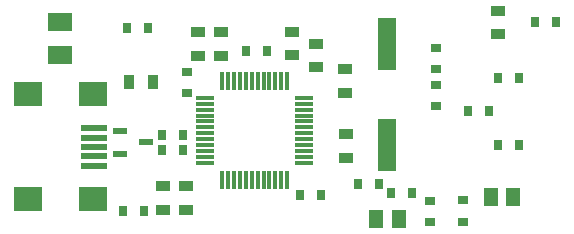
<source format=gtp>
G04*
G04 #@! TF.GenerationSoftware,Altium Limited,Altium Designer,19.0.15 (446)*
G04*
G04 Layer_Color=8421504*
%FSLAX23Y23*%
%MOIN*%
G70*
G01*
G75*
%ADD16R,0.051X0.037*%
%ADD17R,0.028X0.035*%
%ADD18R,0.045X0.024*%
%ADD19R,0.037X0.051*%
%ADD20R,0.051X0.063*%
%ADD21R,0.035X0.028*%
%ADD22R,0.059X0.177*%
%ADD23R,0.079X0.063*%
G04:AMPARAMS|DCode=24|XSize=11mil|YSize=61mil|CornerRadius=3mil|HoleSize=0mil|Usage=FLASHONLY|Rotation=180.000|XOffset=0mil|YOffset=0mil|HoleType=Round|Shape=RoundedRectangle|*
%AMROUNDEDRECTD24*
21,1,0.011,0.056,0,0,180.0*
21,1,0.006,0.061,0,0,180.0*
1,1,0.006,-0.003,0.028*
1,1,0.006,0.003,0.028*
1,1,0.006,0.003,-0.028*
1,1,0.006,-0.003,-0.028*
%
%ADD24ROUNDEDRECTD24*%
G04:AMPARAMS|DCode=25|XSize=11mil|YSize=61mil|CornerRadius=3mil|HoleSize=0mil|Usage=FLASHONLY|Rotation=270.000|XOffset=0mil|YOffset=0mil|HoleType=Round|Shape=RoundedRectangle|*
%AMROUNDEDRECTD25*
21,1,0.011,0.056,0,0,270.0*
21,1,0.006,0.061,0,0,270.0*
1,1,0.006,-0.028,-0.003*
1,1,0.006,-0.028,0.003*
1,1,0.006,0.028,0.003*
1,1,0.006,0.028,-0.003*
%
%ADD25ROUNDEDRECTD25*%
%ADD26R,0.098X0.079*%
%ADD27R,0.089X0.020*%
D16*
X3700Y3741D02*
D03*
X3700Y3819D02*
D03*
X3094Y3351D02*
D03*
X3094Y3429D02*
D03*
X3170Y3351D02*
D03*
X3170Y3430D02*
D03*
X3705Y3524D02*
D03*
X3705Y3603D02*
D03*
X4210Y4014D02*
D03*
X4210Y3936D02*
D03*
X3525Y3944D02*
D03*
X3525Y3865D02*
D03*
X3605Y3904D02*
D03*
X3605Y3825D02*
D03*
X3287Y3942D02*
D03*
X3287Y3864D02*
D03*
X3212Y3942D02*
D03*
X3212Y3864D02*
D03*
D17*
X3855Y3405D02*
D03*
X3926D02*
D03*
X3745Y3435D02*
D03*
X3815D02*
D03*
X3160Y3550D02*
D03*
X3090D02*
D03*
X3160Y3600D02*
D03*
X3090D02*
D03*
X3030Y3345D02*
D03*
X2960D02*
D03*
X3550Y3400D02*
D03*
X3620D02*
D03*
X4280Y3789D02*
D03*
X4210D02*
D03*
X4180Y3680D02*
D03*
X4110D02*
D03*
X4280Y3567D02*
D03*
X4210D02*
D03*
X4406Y3975D02*
D03*
X4335D02*
D03*
X2975Y3955D02*
D03*
X3045D02*
D03*
X3370Y3881D02*
D03*
X3440D02*
D03*
D18*
X3039Y3575D02*
D03*
X2951Y3538D02*
D03*
Y3612D02*
D03*
D19*
X2981Y3775D02*
D03*
X3060D02*
D03*
D20*
X4188Y3392D02*
D03*
X4262D02*
D03*
X3805Y3320D02*
D03*
X3880D02*
D03*
D21*
X3985Y3310D02*
D03*
Y3381D02*
D03*
X4095Y3311D02*
D03*
Y3382D02*
D03*
X4005Y3820D02*
D03*
Y3890D02*
D03*
Y3696D02*
D03*
Y3767D02*
D03*
X3175Y3811D02*
D03*
Y3740D02*
D03*
D22*
X3840Y3902D02*
D03*
Y3568D02*
D03*
D23*
X2750Y3865D02*
D03*
Y3975D02*
D03*
D24*
X3508Y3450D02*
D03*
X3489D02*
D03*
X3469D02*
D03*
X3449D02*
D03*
X3430D02*
D03*
X3410D02*
D03*
X3390D02*
D03*
X3370D02*
D03*
X3351D02*
D03*
X3331D02*
D03*
X3311D02*
D03*
X3292D02*
D03*
Y3780D02*
D03*
X3311D02*
D03*
X3331D02*
D03*
X3351D02*
D03*
X3370D02*
D03*
X3390D02*
D03*
X3410D02*
D03*
X3430D02*
D03*
X3449D02*
D03*
X3469D02*
D03*
X3489D02*
D03*
X3508D02*
D03*
D25*
X3235Y3507D02*
D03*
Y3526D02*
D03*
Y3546D02*
D03*
Y3566D02*
D03*
Y3585D02*
D03*
Y3605D02*
D03*
Y3625D02*
D03*
Y3645D02*
D03*
Y3664D02*
D03*
Y3684D02*
D03*
Y3704D02*
D03*
Y3723D02*
D03*
X3565D02*
D03*
Y3704D02*
D03*
Y3684D02*
D03*
Y3664D02*
D03*
Y3645D02*
D03*
Y3625D02*
D03*
Y3605D02*
D03*
Y3585D02*
D03*
Y3566D02*
D03*
Y3546D02*
D03*
Y3526D02*
D03*
Y3507D02*
D03*
D26*
X2646Y3385D02*
D03*
Y3735D02*
D03*
X2860Y3385D02*
D03*
Y3735D02*
D03*
D27*
X2865Y3497D02*
D03*
Y3529D02*
D03*
Y3560D02*
D03*
Y3591D02*
D03*
Y3623D02*
D03*
M02*

</source>
